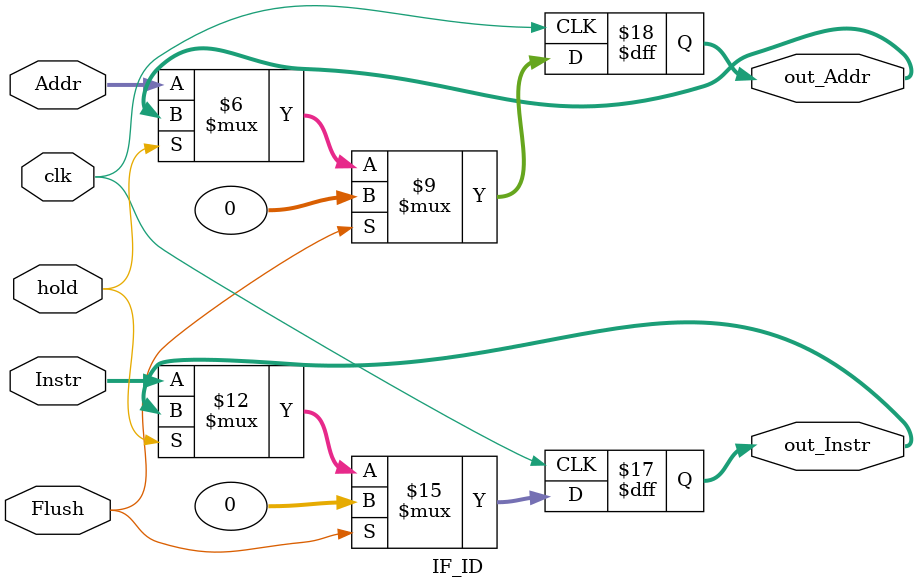
<source format=v>
`timescale 1ns / 1ps


module IF_ID(input clk,hold,Flush,
             input [31:0] Instr, Addr,
             output reg [31:0] out_Instr, out_Addr);
             always @(posedge clk) begin
            if(Flush==1'b1)
             begin
             out_Instr<=32'b0;
             out_Addr<=32'b0;             
             end
             else if(hold==1'b1)begin
             out_Instr<=out_Instr;
             out_Addr<=out_Addr;
             end
             else begin
             out_Instr<=Instr;
             out_Addr<=Addr;
             end
             end
             initial begin
             out_Instr <= 32'b0;
             out_Addr <= 32'b0;
             end
             
endmodule

</source>
